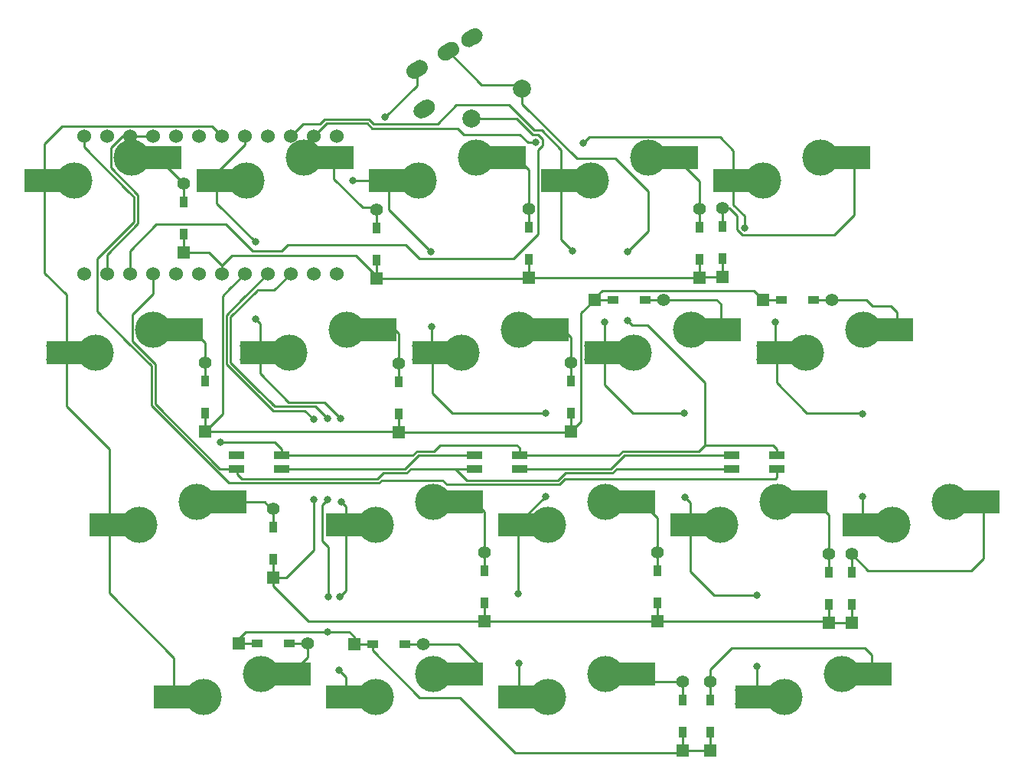
<source format=gbr>
G04 #@! TF.GenerationSoftware,KiCad,Pcbnew,(5.1.6-0-10_14)*
G04 #@! TF.CreationDate,2022-02-21T07:55:31+09:00*
G04 #@! TF.ProjectId,cool936,636f6f6c-3933-4362-9e6b-696361645f70,rev?*
G04 #@! TF.SameCoordinates,Original*
G04 #@! TF.FileFunction,Copper,L2,Bot*
G04 #@! TF.FilePolarity,Positive*
%FSLAX46Y46*%
G04 Gerber Fmt 4.6, Leading zero omitted, Abs format (unit mm)*
G04 Created by KiCad (PCBNEW (5.1.6-0-10_14)) date 2022-02-21 07:55:31*
%MOMM*%
%LPD*%
G01*
G04 APERTURE LIST*
G04 #@! TA.AperFunction,ViaPad*
%ADD10C,4.000000*%
G04 #@! TD*
G04 #@! TA.AperFunction,ViaPad*
%ADD11C,0.800000*%
G04 #@! TD*
G04 #@! TA.AperFunction,Conductor*
%ADD12R,4.500000X2.500000*%
G04 #@! TD*
G04 #@! TA.AperFunction,ComponentPad*
%ADD13C,1.397000*%
G04 #@! TD*
G04 #@! TA.AperFunction,ComponentPad*
%ADD14R,1.397000X1.397000*%
G04 #@! TD*
G04 #@! TA.AperFunction,SMDPad,CuDef*
%ADD15R,0.950000X1.300000*%
G04 #@! TD*
G04 #@! TA.AperFunction,SMDPad,CuDef*
%ADD16R,1.300000X0.950000*%
G04 #@! TD*
G04 #@! TA.AperFunction,SMDPad,CuDef*
%ADD17R,1.800000X0.820000*%
G04 #@! TD*
G04 #@! TA.AperFunction,ComponentPad*
%ADD18C,2.000000*%
G04 #@! TD*
G04 #@! TA.AperFunction,ComponentPad*
%ADD19C,1.524000*%
G04 #@! TD*
G04 #@! TA.AperFunction,Conductor*
%ADD20C,0.250000*%
G04 #@! TD*
G04 APERTURE END LIST*
D10*
X102552500Y-33020000D03*
X96202500Y-35560000D03*
D11*
X91122500Y-34798000D03*
X107632500Y-32258000D03*
X91122500Y-36322000D03*
X107632500Y-33782000D03*
D12*
X92927500Y-35560000D03*
X105854500Y-33020000D03*
X112998500Y-52070000D03*
X100071500Y-54610000D03*
D11*
X114776500Y-52832000D03*
X98266500Y-55372000D03*
X114776500Y-51308000D03*
X98266500Y-53848000D03*
D10*
X103346500Y-54610000D03*
X109696500Y-52070000D03*
D13*
X36880000Y2230000D03*
D14*
X36880000Y-5390000D03*
D15*
X36880000Y-3355000D03*
X36880000Y195000D03*
D13*
X58200000Y-700000D03*
D14*
X58200000Y-8320000D03*
D15*
X58200000Y-6285000D03*
X58200000Y-2735000D03*
D13*
X75040000Y-560000D03*
D14*
X75040000Y-8180000D03*
D15*
X75040000Y-6145000D03*
X75040000Y-2595000D03*
D13*
X93900000Y-590000D03*
D14*
X93900000Y-8210000D03*
D15*
X93900000Y-6175000D03*
X93900000Y-2625000D03*
D13*
X96480000Y-500000D03*
D14*
X96480000Y-8120000D03*
D15*
X96480000Y-6085000D03*
X96480000Y-2535000D03*
D13*
X60690000Y-17660000D03*
D14*
X60690000Y-25280000D03*
D15*
X60690000Y-23245000D03*
X60690000Y-19695000D03*
D13*
X79700000Y-17610000D03*
D14*
X79700000Y-25230000D03*
D15*
X79700000Y-23195000D03*
X79700000Y-19645000D03*
D13*
X89960000Y-10620000D03*
D14*
X82340000Y-10620000D03*
D16*
X84375000Y-10620000D03*
X87925000Y-10620000D03*
X106515000Y-10620000D03*
X102965000Y-10620000D03*
D14*
X100930000Y-10620000D03*
D13*
X108550000Y-10620000D03*
X70160000Y-38570000D03*
D14*
X70160000Y-46190000D03*
D15*
X70160000Y-44155000D03*
X70160000Y-40605000D03*
D13*
X89230000Y-38610000D03*
D14*
X89230000Y-46230000D03*
D15*
X89230000Y-44195000D03*
X89230000Y-40645000D03*
D13*
X108220000Y-38760000D03*
D14*
X108220000Y-46380000D03*
D15*
X108220000Y-44345000D03*
X108220000Y-40795000D03*
X110750000Y-40825000D03*
X110750000Y-44375000D03*
D14*
X110750000Y-46410000D03*
D13*
X110750000Y-38790000D03*
X50590000Y-48660000D03*
D14*
X42970000Y-48660000D03*
D16*
X45005000Y-48660000D03*
X48555000Y-48660000D03*
D13*
X63340000Y-48730000D03*
D14*
X55720000Y-48730000D03*
D16*
X57755000Y-48730000D03*
X61305000Y-48730000D03*
D13*
X92090000Y-52870000D03*
D14*
X92090000Y-60490000D03*
D15*
X92090000Y-58455000D03*
X92090000Y-54905000D03*
D13*
X39220000Y-17580000D03*
D14*
X39220000Y-25200000D03*
D15*
X39220000Y-23165000D03*
X39220000Y-19615000D03*
D13*
X46790000Y-33730000D03*
D14*
X46790000Y-41350000D03*
D15*
X46790000Y-39315000D03*
X46790000Y-35765000D03*
D13*
X95100000Y-52870000D03*
D14*
X95100000Y-60490000D03*
D15*
X95100000Y-58455000D03*
X95100000Y-54905000D03*
D12*
X34417000Y5080000D03*
X21490000Y2540000D03*
D11*
X36195000Y4318000D03*
X19685000Y1778000D03*
X36195000Y5842000D03*
X19685000Y3302000D03*
D10*
X24765000Y2540000D03*
X31115000Y5080000D03*
X50165000Y5080000D03*
X43815000Y2540000D03*
D11*
X38735000Y3302000D03*
X55245000Y5842000D03*
X38735000Y1778000D03*
X55245000Y4318000D03*
D12*
X40540000Y2540000D03*
X53467000Y5080000D03*
D10*
X69215000Y5080000D03*
X62865000Y2540000D03*
D11*
X57785000Y3302000D03*
X74295000Y5842000D03*
X57785000Y1778000D03*
X74295000Y4318000D03*
D12*
X59590000Y2540000D03*
X72517000Y5080000D03*
D10*
X88265000Y5080000D03*
X81915000Y2540000D03*
D11*
X76835000Y3302000D03*
X93345000Y5842000D03*
X76835000Y1778000D03*
X93345000Y4318000D03*
D12*
X78640000Y2540000D03*
X91567000Y5080000D03*
D10*
X107315000Y5080000D03*
X100965000Y2540000D03*
D11*
X95885000Y3302000D03*
X112395000Y5842000D03*
X95885000Y1778000D03*
X112395000Y4318000D03*
D12*
X97690000Y2540000D03*
X110617000Y5080000D03*
D10*
X54927500Y-13970000D03*
X48577500Y-16510000D03*
D11*
X43497500Y-15748000D03*
X60007500Y-13208000D03*
X43497500Y-17272000D03*
X60007500Y-14732000D03*
D12*
X45302500Y-16510000D03*
X58229500Y-13970000D03*
D10*
X73977500Y-13970000D03*
X67627500Y-16510000D03*
D11*
X62547500Y-15748000D03*
X79057500Y-13208000D03*
X62547500Y-17272000D03*
X79057500Y-14732000D03*
D12*
X64352500Y-16510000D03*
X77279500Y-13970000D03*
D10*
X93027500Y-13970000D03*
X86677500Y-16510000D03*
D11*
X81597500Y-15748000D03*
X98107500Y-13208000D03*
X81597500Y-17272000D03*
X98107500Y-14732000D03*
D12*
X83402500Y-16510000D03*
X96329500Y-13970000D03*
D10*
X112077500Y-13970000D03*
X105727500Y-16510000D03*
D11*
X100647500Y-15748000D03*
X117157500Y-13208000D03*
X100647500Y-17272000D03*
X117157500Y-14732000D03*
D12*
X102452500Y-16510000D03*
X115379500Y-13970000D03*
D10*
X64452500Y-33020000D03*
X58102500Y-35560000D03*
D11*
X53022500Y-34798000D03*
X69532500Y-32258000D03*
X53022500Y-36322000D03*
X69532500Y-33782000D03*
D12*
X54827500Y-35560000D03*
X67754500Y-33020000D03*
D10*
X83502500Y-33020000D03*
X77152500Y-35560000D03*
D11*
X72072500Y-34798000D03*
X88582500Y-32258000D03*
X72072500Y-36322000D03*
X88582500Y-33782000D03*
D12*
X73877500Y-35560000D03*
X86804500Y-33020000D03*
D10*
X121602500Y-33020000D03*
X115252500Y-35560000D03*
D11*
X110172500Y-34798000D03*
X126682500Y-32258000D03*
X110172500Y-36322000D03*
X126682500Y-33782000D03*
D12*
X111977500Y-35560000D03*
X124904500Y-33020000D03*
D10*
X45402500Y-52070000D03*
X39052500Y-54610000D03*
D11*
X33972500Y-53848000D03*
X50482500Y-51308000D03*
X33972500Y-55372000D03*
X50482500Y-52832000D03*
D12*
X35777500Y-54610000D03*
X48704500Y-52070000D03*
D10*
X64452500Y-52070000D03*
X58102500Y-54610000D03*
D11*
X53022500Y-53848000D03*
X69532500Y-51308000D03*
X53022500Y-55372000D03*
X69532500Y-52832000D03*
D12*
X54827500Y-54610000D03*
X67754500Y-52070000D03*
D10*
X83502500Y-52070000D03*
X77152500Y-54610000D03*
D11*
X72072500Y-53848000D03*
X88582500Y-51308000D03*
X72072500Y-55372000D03*
X88582500Y-52832000D03*
D12*
X73877500Y-54610000D03*
X86804500Y-52070000D03*
D10*
X33496000Y-13970000D03*
X27146000Y-16510000D03*
D11*
X22066000Y-15748000D03*
X38576000Y-13208000D03*
X22066000Y-17272000D03*
X38576000Y-14732000D03*
D12*
X23871000Y-16510000D03*
X36798000Y-13970000D03*
D10*
X38259000Y-33020000D03*
X31909000Y-35560000D03*
D11*
X26829000Y-34798000D03*
X43339000Y-32258000D03*
X26829000Y-36322000D03*
X43339000Y-33782000D03*
D12*
X28634000Y-35560000D03*
X41561000Y-33020000D03*
G04 #@! TA.AperFunction,ComponentPad*
G36*
G01*
X69513526Y17822531D02*
X68820706Y17422531D01*
G75*
G02*
X67659584Y17733653I-425000J736122D01*
G01*
X67659584Y17733653D01*
G75*
G02*
X67970706Y18894775I736122J425000D01*
G01*
X68663526Y19294775D01*
G75*
G02*
X69824648Y18983653I425000J-736122D01*
G01*
X69824648Y18983653D01*
G75*
G02*
X69513526Y17822531I-736122J-425000D01*
G01*
G37*
G04 #@! TD.AperFunction*
G04 #@! TA.AperFunction,ComponentPad*
G36*
G01*
X66915450Y16322531D02*
X66222630Y15922531D01*
G75*
G02*
X65061508Y16233653I-425000J736122D01*
G01*
X65061508Y16233653D01*
G75*
G02*
X65372630Y17394775I736122J425000D01*
G01*
X66065450Y17794775D01*
G75*
G02*
X67226572Y17483653I425000J-736122D01*
G01*
X67226572Y17483653D01*
G75*
G02*
X66915450Y16322531I-736122J-425000D01*
G01*
G37*
G04 #@! TD.AperFunction*
G04 #@! TA.AperFunction,ComponentPad*
G36*
G01*
X63451348Y14322531D02*
X62758528Y13922531D01*
G75*
G02*
X61597406Y14233653I-425000J736122D01*
G01*
X61597406Y14233653D01*
G75*
G02*
X61908528Y15394775I736122J425000D01*
G01*
X62601348Y15794775D01*
G75*
G02*
X63762470Y15483653I425000J-736122D01*
G01*
X63762470Y15483653D01*
G75*
G02*
X63451348Y14322531I-736122J-425000D01*
G01*
G37*
G04 #@! TD.AperFunction*
G04 #@! TA.AperFunction,ComponentPad*
G36*
G01*
X64252310Y9935225D02*
X63559490Y9535225D01*
G75*
G02*
X62398368Y9846347I-425000J736122D01*
G01*
X62398368Y9846347D01*
G75*
G02*
X62709490Y11007469I736122J425000D01*
G01*
X63402310Y11407469D01*
G75*
G02*
X64563432Y11096347I425000J-736122D01*
G01*
X64563432Y11096347D01*
G75*
G02*
X64252310Y9935225I-736122J-425000D01*
G01*
G37*
G04 #@! TD.AperFunction*
D17*
X97520000Y-29340000D03*
X97520000Y-27840000D03*
X102520000Y-27840000D03*
X102520000Y-29340000D03*
X69000000Y-29350000D03*
X69000000Y-27850000D03*
X74000000Y-27850000D03*
X74000000Y-29350000D03*
X47720000Y-29330000D03*
X47720000Y-27830000D03*
X42720000Y-27830000D03*
X42720000Y-29330000D03*
D18*
X74324583Y12685000D03*
X68695417Y9435000D03*
D19*
X25852000Y-7758600D03*
X28392000Y-7758600D03*
X30932000Y-7758600D03*
X33472000Y-7758600D03*
X36012000Y-7758600D03*
X38552000Y-7758600D03*
X41092000Y-7758600D03*
X43632000Y-7758600D03*
X46172000Y-7758600D03*
X48712000Y-7758600D03*
X51252000Y-7758600D03*
X53792000Y-7758600D03*
X53792000Y7461400D03*
X51252000Y7461400D03*
X48712000Y7461400D03*
X46172000Y7461400D03*
X43632000Y7461400D03*
X41092000Y7461400D03*
X38552000Y7461400D03*
X36012000Y7461400D03*
X33472000Y7461400D03*
X30932000Y7461400D03*
X28392000Y7461400D03*
X25852000Y7461400D03*
D11*
X51270000Y-32720000D03*
X51230000Y-23860000D03*
X52790000Y-23800000D03*
X52790000Y-32720000D03*
X52870000Y-43480000D03*
X52820000Y-47370000D03*
X40960000Y-26370000D03*
X85960000Y-5340000D03*
X85960000Y-12940000D03*
X59140000Y9550000D03*
X44840000Y-12780000D03*
X54220000Y-23800000D03*
X54270000Y-32970000D03*
X54130000Y-43540000D03*
X54070000Y-51600000D03*
X44790000Y-4250000D03*
X55590000Y2540000D03*
X64220000Y-5290000D03*
X64290000Y-13600000D03*
X76870000Y-23190000D03*
X76870000Y-32410000D03*
X73900000Y-43150000D03*
X73960000Y-50910000D03*
X79900000Y-5250000D03*
X92240000Y-23210000D03*
X92300000Y-32490000D03*
X100240000Y-43320000D03*
X100240000Y-51190000D03*
X83420000Y-13130000D03*
X102290000Y-13110000D03*
X111920000Y-23310000D03*
X111940000Y-32410000D03*
X75850000Y6760000D03*
X81040000Y6730000D03*
X98950000Y-2670000D03*
D20*
X36880000Y2230000D02*
X36880000Y195000D01*
X34417000Y4693000D02*
X34417000Y5080000D01*
X36880000Y2230000D02*
X34417000Y4693000D01*
X34417000Y5080000D02*
X31115000Y5080000D01*
X58200000Y-700000D02*
X58200000Y-2735000D01*
X58200000Y-700000D02*
X58200000Y-510000D01*
X53467000Y2723000D02*
X53467000Y5080000D01*
X56640000Y-450000D02*
X53467000Y2723000D01*
X50165000Y5080000D02*
X53467000Y5080000D01*
X57950000Y-450000D02*
X58200000Y-700000D01*
X56640000Y-450000D02*
X57950000Y-450000D01*
X69215000Y5080000D02*
X72517000Y5080000D01*
X72517000Y5080000D02*
X73710000Y5080000D01*
X75040000Y3750000D02*
X75040000Y-560000D01*
X73710000Y5080000D02*
X75040000Y3750000D01*
X75040000Y-560000D02*
X75040000Y-2595000D01*
X93900000Y-2625000D02*
X93900000Y-590000D01*
X93900000Y-590000D02*
X93900000Y2510000D01*
X91567000Y4843000D02*
X91567000Y5080000D01*
X93900000Y2510000D02*
X91567000Y4843000D01*
X91567000Y5080000D02*
X88265000Y5080000D01*
X107315000Y5080000D02*
X110617000Y5080000D01*
X96480000Y-500000D02*
X96480000Y-2535000D01*
X96480000Y-500000D02*
X97200000Y-500000D01*
X97200000Y-500000D02*
X98040000Y-1340000D01*
X98040000Y-2833002D02*
X98686998Y-3480000D01*
X98040000Y-1340000D02*
X98040000Y-2833002D01*
X98686998Y-3480000D02*
X108850000Y-3480000D01*
X111055001Y-1274999D02*
X111055001Y4641999D01*
X111055001Y4641999D02*
X110617000Y5080000D01*
X108850000Y-3480000D02*
X111055001Y-1274999D01*
X54927500Y-13970000D02*
X58229500Y-13970000D01*
X58229500Y-13970000D02*
X60250000Y-13970000D01*
X60690000Y-14410000D02*
X60690000Y-17660000D01*
X60250000Y-13970000D02*
X60690000Y-14410000D01*
X60690000Y-17660000D02*
X60690000Y-19695000D01*
X73977500Y-13970000D02*
X77279500Y-13970000D01*
X77279500Y-13970000D02*
X78890000Y-13970000D01*
X79700000Y-14780000D02*
X79700000Y-17610000D01*
X78890000Y-13970000D02*
X79700000Y-14780000D01*
X79700000Y-17610000D02*
X79700000Y-19645000D01*
X93027500Y-13970000D02*
X96329500Y-13970000D01*
X87925000Y-10620000D02*
X89960000Y-10620000D01*
X89960000Y-10620000D02*
X95830000Y-10620000D01*
X96329500Y-11119500D02*
X96329500Y-13970000D01*
X95830000Y-10620000D02*
X96329500Y-11119500D01*
X106515000Y-10620000D02*
X108550000Y-10620000D01*
X112077500Y-13970000D02*
X115379500Y-13970000D01*
X115810000Y-13539500D02*
X115379500Y-13970000D01*
X115810000Y-12000000D02*
X115810000Y-13539500D01*
X115100000Y-11290000D02*
X115810000Y-12000000D01*
X113050000Y-11290000D02*
X115100000Y-11290000D01*
X112380000Y-10620000D02*
X113050000Y-11290000D01*
X108550000Y-10620000D02*
X112380000Y-10620000D01*
X64452500Y-33020000D02*
X67754500Y-33020000D01*
X67754500Y-33020000D02*
X69080000Y-33020000D01*
X70160000Y-34100000D02*
X70160000Y-38570000D01*
X69080000Y-33020000D02*
X70160000Y-34100000D01*
X70160000Y-38570000D02*
X70160000Y-40605000D01*
X83502500Y-33020000D02*
X86804500Y-33020000D01*
X89230000Y-40645000D02*
X89230000Y-38610000D01*
X89230000Y-38610000D02*
X89230000Y-34770000D01*
X87480000Y-33020000D02*
X86804500Y-33020000D01*
X89230000Y-34770000D02*
X87480000Y-33020000D01*
X108220000Y-40795000D02*
X108220000Y-38760000D01*
X102552500Y-33020000D02*
X105854500Y-33020000D01*
X106870500Y-33020000D02*
X107632500Y-33782000D01*
X105854500Y-33020000D02*
X106870500Y-33020000D01*
X105854500Y-33020000D02*
X106800000Y-33020000D01*
X108220000Y-34440000D02*
X108220000Y-38760000D01*
X106800000Y-33020000D02*
X108220000Y-34440000D01*
X121602500Y-33020000D02*
X124904500Y-33020000D01*
X110750000Y-38790000D02*
X110750000Y-40825000D01*
X110750000Y-38790000D02*
X112570000Y-40610000D01*
X112570000Y-40610000D02*
X123990000Y-40610000D01*
X125342501Y-33458001D02*
X124904500Y-33020000D01*
X125342501Y-39257499D02*
X125342501Y-33458001D01*
X123990000Y-40610000D02*
X125342501Y-39257499D01*
X45402500Y-52070000D02*
X48704500Y-52070000D01*
X48555000Y-48660000D02*
X50590000Y-48660000D01*
X50590000Y-50184500D02*
X48704500Y-52070000D01*
X50590000Y-48660000D02*
X50590000Y-50184500D01*
X61305000Y-48730000D02*
X63340000Y-48730000D01*
X63340000Y-48730000D02*
X67260000Y-48730000D01*
X69532500Y-51002500D02*
X69532500Y-51308000D01*
X67260000Y-48730000D02*
X69532500Y-51002500D01*
X64452500Y-52070000D02*
X67754500Y-52070000D01*
X83502500Y-52070000D02*
X86804500Y-52070000D01*
X92090000Y-54905000D02*
X92090000Y-52870000D01*
X87604500Y-52870000D02*
X86804500Y-52070000D01*
X92090000Y-52870000D02*
X87604500Y-52870000D01*
X33496000Y-13970000D02*
X36798000Y-13970000D01*
X36798000Y-13970000D02*
X37790000Y-13970000D01*
X39220000Y-15400000D02*
X39220000Y-17580000D01*
X37790000Y-13970000D02*
X39220000Y-15400000D01*
X39220000Y-17580000D02*
X39220000Y-19615000D01*
X38259000Y-33020000D02*
X41561000Y-33020000D01*
X41561000Y-33020000D02*
X45830000Y-33020000D01*
X46540000Y-33730000D02*
X46790000Y-33730000D01*
X45830000Y-33020000D02*
X46540000Y-33730000D01*
X46790000Y-33730000D02*
X46790000Y-35765000D01*
X95100000Y-54905000D02*
X95100000Y-52870000D01*
X109696500Y-52070000D02*
X112998500Y-52070000D01*
X95100000Y-52870000D02*
X95100000Y-51570000D01*
X95100000Y-51570000D02*
X97480000Y-49190000D01*
X97480000Y-49190000D02*
X112240000Y-49190000D01*
X112998500Y-49948500D02*
X112998500Y-52070000D01*
X112240000Y-49190000D02*
X112998500Y-49948500D01*
X96480000Y-8120000D02*
X96480000Y-6085000D01*
X93900000Y-8210000D02*
X93900000Y-6175000D01*
X93990000Y-8120000D02*
X93900000Y-8210000D01*
X96480000Y-8120000D02*
X93990000Y-8120000D01*
X75040000Y-6145000D02*
X75040000Y-8180000D01*
X58200000Y-6285000D02*
X58200000Y-8320000D01*
X36880000Y-3355000D02*
X36880000Y-5390000D01*
X74900000Y-8320000D02*
X75040000Y-8180000D01*
X58200000Y-8320000D02*
X74900000Y-8320000D01*
X93690000Y-8210000D02*
X93660000Y-8180000D01*
X93900000Y-8210000D02*
X93690000Y-8210000D01*
X75040000Y-8180000D02*
X93660000Y-8180000D01*
X39630000Y-5390000D02*
X36880000Y-5390000D01*
X41092000Y-6852000D02*
X39630000Y-5390000D01*
X41092000Y-7758600D02*
X41092000Y-6852000D01*
X41092000Y-6852000D02*
X41108000Y-6852000D01*
X41108000Y-6852000D02*
X42220000Y-5740000D01*
X42220000Y-5740000D02*
X55940000Y-5740000D01*
X58200000Y-8000000D02*
X58200000Y-8320000D01*
X55940000Y-5740000D02*
X58200000Y-8000000D01*
X39220000Y-23165000D02*
X39220000Y-25200000D01*
X60690000Y-23245000D02*
X60690000Y-25280000D01*
X79700000Y-23195000D02*
X79700000Y-25230000D01*
X82340000Y-10620000D02*
X84375000Y-10620000D01*
X100930000Y-10620000D02*
X102965000Y-10620000D01*
X60610000Y-25200000D02*
X60690000Y-25280000D01*
X39220000Y-25200000D02*
X60610000Y-25200000D01*
X79650000Y-25280000D02*
X79700000Y-25230000D01*
X60690000Y-25280000D02*
X79650000Y-25280000D01*
X82340000Y-10620000D02*
X82340000Y-10410000D01*
X99906499Y-9596499D02*
X100930000Y-10620000D01*
X83153501Y-9596499D02*
X99906499Y-9596499D01*
X82340000Y-10410000D02*
X83153501Y-9596499D01*
X80827499Y-12132501D02*
X80827499Y-23422501D01*
X82340000Y-10620000D02*
X80827499Y-12132501D01*
X80827499Y-23422501D02*
X80830000Y-23425002D01*
X80830000Y-24100000D02*
X79700000Y-25230000D01*
X80830000Y-23425002D02*
X80830000Y-24100000D01*
X39220000Y-25200000D02*
X39230000Y-25200000D01*
X41160000Y-23270000D02*
X41160000Y-10230600D01*
X41160000Y-10230600D02*
X41975300Y-9415300D01*
X41975300Y-9415300D02*
X43632000Y-7758600D01*
X39230000Y-25200000D02*
X41160000Y-23270000D01*
X110750000Y-44375000D02*
X110750000Y-46410000D01*
X108250000Y-46410000D02*
X108220000Y-46380000D01*
X110750000Y-46410000D02*
X108250000Y-46410000D01*
X108220000Y-46380000D02*
X108220000Y-44345000D01*
X89230000Y-44195000D02*
X89230000Y-46230000D01*
X70160000Y-44155000D02*
X70160000Y-46190000D01*
X46790000Y-39315000D02*
X46790000Y-41350000D01*
X46790000Y-41350000D02*
X46790000Y-42320000D01*
X50660000Y-46190000D02*
X70160000Y-46190000D01*
X46790000Y-42320000D02*
X50660000Y-46190000D01*
X89190000Y-46190000D02*
X89230000Y-46230000D01*
X70160000Y-46190000D02*
X89190000Y-46190000D01*
X108070000Y-46230000D02*
X108220000Y-46380000D01*
X89230000Y-46230000D02*
X108070000Y-46230000D01*
X41610010Y-12320590D02*
X43325300Y-10605300D01*
X46172000Y-7758600D02*
X43325300Y-10605300D01*
X46790000Y-41350000D02*
X48220000Y-41350000D01*
X51270000Y-38300000D02*
X51270000Y-32720000D01*
X48220000Y-41350000D02*
X51270000Y-38300000D01*
X51230000Y-23860000D02*
X50280000Y-22910000D01*
X46737180Y-22910000D02*
X41610010Y-17782830D01*
X50280000Y-22910000D02*
X46737180Y-22910000D01*
X41610010Y-17782830D02*
X41610010Y-17050010D01*
X41610010Y-17050010D02*
X41610010Y-12320590D01*
X45005000Y-48660000D02*
X42970000Y-48660000D01*
X55720000Y-48730000D02*
X57755000Y-48730000D01*
X92090000Y-58455000D02*
X92090000Y-60490000D01*
X95100000Y-60490000D02*
X95100000Y-58455000D01*
X92090000Y-60490000D02*
X95100000Y-60490000D01*
X42970000Y-48660000D02*
X42970000Y-48120000D01*
X42970000Y-48120000D02*
X43720000Y-47370000D01*
X55720000Y-47900000D02*
X55720000Y-48730000D01*
X55190000Y-47370000D02*
X55720000Y-47900000D01*
X57755000Y-49455000D02*
X62970000Y-54670000D01*
X57755000Y-48730000D02*
X57755000Y-49455000D01*
X62970000Y-54670000D02*
X67440000Y-54670000D01*
X67440000Y-54670000D02*
X73510000Y-60740000D01*
X91840000Y-60740000D02*
X92090000Y-60490000D01*
X73510000Y-60740000D02*
X91840000Y-60740000D01*
X48712000Y-7758600D02*
X46890600Y-9580000D01*
X46890600Y-9580000D02*
X44987010Y-9580000D01*
X44987010Y-9612990D02*
X42060020Y-12539980D01*
X44987010Y-9580000D02*
X44987010Y-9612990D01*
X42060020Y-17596430D02*
X42060020Y-17219980D01*
X45071795Y-20608205D02*
X42060020Y-17596430D01*
X44852491Y-20388901D02*
X45071795Y-20608205D01*
X42060020Y-12539980D02*
X42060020Y-17219980D01*
X51430000Y-22440000D02*
X52790000Y-23800000D01*
X48285088Y-22440000D02*
X51430000Y-22440000D01*
X52790000Y-32720000D02*
X52190000Y-33320000D01*
X52190000Y-33320000D02*
X52190000Y-37320000D01*
X52870000Y-38000000D02*
X52870000Y-43480000D01*
X52190000Y-37320000D02*
X52870000Y-38000000D01*
X52820000Y-47370000D02*
X55190000Y-47370000D01*
X43720000Y-47370000D02*
X52820000Y-47370000D01*
X46903590Y-22440000D02*
X46401795Y-21938205D01*
X48285088Y-22440000D02*
X46903590Y-22440000D01*
X46401795Y-21938205D02*
X46721795Y-22258205D01*
X45071795Y-20608205D02*
X46401795Y-21938205D01*
X102520000Y-27180000D02*
X102044990Y-26704990D01*
X102520000Y-27840000D02*
X102520000Y-27180000D01*
X94505010Y-26704990D02*
X93820010Y-27389990D01*
X102044990Y-26704990D02*
X94505010Y-26704990D01*
X93820010Y-27389990D02*
X85453599Y-27389991D01*
X84993590Y-27850000D02*
X74000000Y-27850000D01*
X85453599Y-27389991D02*
X84993590Y-27850000D01*
X74000000Y-27850000D02*
X74000000Y-26990000D01*
X65255010Y-26714990D02*
X64570010Y-27399990D01*
X73724990Y-26714990D02*
X65255010Y-26714990D01*
X74000000Y-26990000D02*
X73724990Y-26714990D01*
X64570010Y-27399990D02*
X62643599Y-27399991D01*
X62213590Y-27830000D02*
X47720000Y-27830000D01*
X62643599Y-27399991D02*
X62213590Y-27830000D01*
X47720000Y-27170000D02*
X46920000Y-26370000D01*
X47720000Y-27830000D02*
X47720000Y-27170000D01*
X46920000Y-26370000D02*
X40960000Y-26370000D01*
X66144040Y16858653D02*
X69832693Y13170000D01*
X73839583Y13170000D02*
X74324583Y12685000D01*
X69832693Y13170000D02*
X73839583Y13170000D01*
X28793999Y3959999D02*
X31810000Y943998D01*
X28789999Y3959999D02*
X28793999Y3959999D01*
X28789999Y3959999D02*
X28789999Y6196001D01*
X31810000Y-2220000D02*
X28392000Y-5638000D01*
X31810000Y943998D02*
X31810000Y-2220000D01*
X28392000Y-7758600D02*
X28392000Y-5638000D01*
X74324583Y12685000D02*
X74324583Y11015417D01*
X74324583Y11015417D02*
X80350000Y4990000D01*
X80350000Y4990000D02*
X84610000Y4990000D01*
X84610000Y4990000D02*
X88230000Y1370000D01*
X88230000Y-3070000D02*
X85960000Y-5340000D01*
X88230000Y1370000D02*
X88230000Y-3070000D01*
X94505010Y-19763512D02*
X94505010Y-26704990D01*
X86479251Y-13459251D02*
X85960000Y-12940000D01*
X88200749Y-13459251D02*
X86479251Y-13459251D01*
X88200749Y-13459251D02*
X94505010Y-19763512D01*
X33472000Y7461400D02*
X30932000Y7461400D01*
X30055398Y7461400D02*
X28789999Y6196001D01*
X30932000Y7461400D02*
X30055398Y7461400D01*
X42720000Y-29420000D02*
X42750000Y-29450000D01*
X42720000Y-29330000D02*
X42720000Y-29420000D01*
X42750000Y-29450000D02*
X42750000Y-29960000D01*
X43255010Y-30465010D02*
X58304990Y-30465010D01*
X42750000Y-29960000D02*
X43255010Y-30465010D01*
X58304990Y-30465010D02*
X58989990Y-29780010D01*
X58989990Y-29780010D02*
X61536401Y-29780009D01*
X61966410Y-29350000D02*
X61536401Y-29780009D01*
X84776410Y-29340000D02*
X84316400Y-29800010D01*
X97520000Y-29340000D02*
X84776410Y-29340000D01*
X84316400Y-29800010D02*
X79079990Y-29800010D01*
X79079990Y-29800010D02*
X78260000Y-30620000D01*
X78260000Y-30620000D02*
X68190000Y-30620000D01*
X68190000Y-30620000D02*
X66920000Y-29350000D01*
X66920000Y-29350000D02*
X61966410Y-29350000D01*
X69000000Y-29350000D02*
X66920000Y-29350000D01*
X33724910Y-17750526D02*
X33724911Y-22188699D01*
X31170999Y-15196615D02*
X33724910Y-17750526D01*
X40866212Y-29330000D02*
X41660000Y-29330000D01*
X31170999Y-12259001D02*
X31170999Y-15196615D01*
X41660000Y-29330000D02*
X42720000Y-29330000D01*
X33472000Y-9958000D02*
X31170999Y-12259001D01*
X33724911Y-22188699D02*
X40866212Y-29330000D01*
X33472000Y-7758600D02*
X33472000Y-9958000D01*
X62679938Y13089938D02*
X59140000Y9550000D01*
X62679938Y14858653D02*
X62679938Y13089938D01*
X74000000Y-29350000D02*
X84130000Y-29350000D01*
X85640000Y-27840000D02*
X97520000Y-27840000D01*
X84130000Y-29350000D02*
X85640000Y-27840000D01*
X102304990Y-30475010D02*
X102520000Y-30260000D01*
X79041400Y-30475010D02*
X102304990Y-30475010D01*
X78426410Y-31090000D02*
X79041400Y-30475010D01*
X102520000Y-30260000D02*
X102520000Y-29340000D01*
X65963502Y-31090000D02*
X78426410Y-31090000D01*
X65473502Y-30600000D02*
X65963502Y-31090000D01*
X58806410Y-30600000D02*
X65473502Y-30600000D01*
X33274901Y-17936927D02*
X33274901Y-22375099D01*
X31359990Y-2033600D02*
X27304999Y-6088591D01*
X27304999Y-6088591D02*
X27304999Y-11955001D01*
X41814822Y-30915020D02*
X58491390Y-30915020D01*
X27304999Y-11955001D02*
X30720990Y-15370992D01*
X31359990Y757598D02*
X31359990Y-2033600D01*
X30720990Y-15383016D02*
X33274901Y-17936927D01*
X33274901Y-22375099D02*
X41814822Y-30915020D01*
X30707588Y1410000D02*
X31359990Y757598D01*
X30720990Y-15370992D02*
X30720990Y-15383016D01*
X30703588Y1410000D02*
X30707588Y1410000D01*
X25852000Y6261588D02*
X30703588Y1410000D01*
X58491390Y-30915020D02*
X58806410Y-30600000D01*
X25852000Y7461400D02*
X25852000Y6261588D01*
X47720000Y-29330000D02*
X61350000Y-29330000D01*
X62830000Y-27850000D02*
X69000000Y-27850000D01*
X61350000Y-29330000D02*
X62830000Y-27850000D01*
X24765000Y2540000D02*
X21490000Y2540000D01*
X23871000Y-16510000D02*
X27146000Y-16510000D01*
X31909000Y-35560000D02*
X28634000Y-35560000D01*
X35777500Y-54610000D02*
X39052500Y-54610000D01*
X21490000Y2540000D02*
X21490000Y-7690000D01*
X23871000Y-10071000D02*
X23871000Y-16510000D01*
X21490000Y-7690000D02*
X23871000Y-10071000D01*
X23871000Y-16510000D02*
X23871000Y-22441000D01*
X28634000Y-27204000D02*
X28634000Y-35560000D01*
X23871000Y-22441000D02*
X28634000Y-27204000D01*
X28634000Y-35560000D02*
X28634000Y-43114000D01*
X35777500Y-50257500D02*
X35777500Y-54610000D01*
X28634000Y-43114000D02*
X35777500Y-50257500D01*
X40004999Y8548401D02*
X41092000Y7461400D01*
X23418401Y8548401D02*
X40004999Y8548401D01*
X21490000Y6620000D02*
X23418401Y8548401D01*
X21490000Y2540000D02*
X21490000Y6620000D01*
X43815000Y2540000D02*
X40540000Y2540000D01*
X45302500Y-16510000D02*
X48577500Y-16510000D01*
X58102500Y-35560000D02*
X54827500Y-35560000D01*
X54827500Y-54610000D02*
X58102500Y-54610000D01*
X40540000Y2540000D02*
X40540000Y3400000D01*
X43632000Y6492000D02*
X43632000Y7461400D01*
X40540000Y3400000D02*
X43632000Y6492000D01*
X45302500Y-13242500D02*
X45302500Y-16510000D01*
X44840000Y-12780000D02*
X45302500Y-13242500D01*
X54827500Y-33527500D02*
X54827500Y-35560000D01*
X54270000Y-32970000D02*
X54827500Y-33527500D01*
X54827500Y-42842500D02*
X54130000Y-43540000D01*
X54827500Y-35560000D02*
X54827500Y-42842500D01*
X54827500Y-52357500D02*
X54827500Y-54610000D01*
X54070000Y-51600000D02*
X54827500Y-52357500D01*
X54220000Y-23800000D02*
X52410000Y-21990000D01*
X48471498Y-21990000D02*
X45302500Y-18821002D01*
X52410000Y-21990000D02*
X48471498Y-21990000D01*
X45302500Y-18821002D02*
X45302500Y-18752500D01*
X45302500Y-16510000D02*
X45302500Y-18752500D01*
X40540000Y0D02*
X40540000Y1110000D01*
X44790000Y-4250000D02*
X40540000Y0D01*
X40540000Y2540000D02*
X40540000Y1110000D01*
X62865000Y2540000D02*
X59590000Y2540000D01*
X64352500Y-16510000D02*
X67627500Y-16510000D01*
X77152500Y-35560000D02*
X73877500Y-35560000D01*
X73877500Y-54610000D02*
X77152500Y-54610000D01*
X59590000Y2540000D02*
X55590000Y2540000D01*
X59590000Y2540000D02*
X59590000Y-690000D01*
X64190000Y-5290000D02*
X64220000Y-5290000D01*
X59590000Y-690000D02*
X64190000Y-5290000D01*
X64290000Y-16447500D02*
X64352500Y-16510000D01*
X64290000Y-13600000D02*
X64290000Y-16447500D01*
X64352500Y-16510000D02*
X64352500Y-20952500D01*
X66590000Y-23190000D02*
X76870000Y-23190000D01*
X64352500Y-20952500D02*
X66590000Y-23190000D01*
X73877500Y-35402500D02*
X73877500Y-35560000D01*
X76870000Y-32410000D02*
X73877500Y-35402500D01*
X73877500Y-43127500D02*
X73900000Y-43150000D01*
X73877500Y-35560000D02*
X73877500Y-43127500D01*
X73960000Y-54527500D02*
X73877500Y-54610000D01*
X73960000Y-50910000D02*
X73960000Y-54527500D01*
X81915000Y2540000D02*
X78640000Y2540000D01*
X83402500Y-16510000D02*
X86677500Y-16510000D01*
X96202500Y-35560000D02*
X92927500Y-35560000D01*
X100071500Y-54610000D02*
X103346500Y-54610000D01*
X78640000Y-3990000D02*
X79900000Y-5250000D01*
X78640000Y2540000D02*
X78640000Y-3990000D01*
X83402500Y-16482500D02*
X83402500Y-16510000D01*
X83402500Y-16510000D02*
X83402500Y-20052500D01*
X86560000Y-23210000D02*
X92240000Y-23210000D01*
X83402500Y-20052500D02*
X86560000Y-23210000D01*
X92927500Y-33117500D02*
X92927500Y-35560000D01*
X92300000Y-32490000D02*
X92927500Y-33117500D01*
X92927500Y-35560000D02*
X92927500Y-40727500D01*
X95520000Y-43320000D02*
X100240000Y-43320000D01*
X92927500Y-40727500D02*
X95520000Y-43320000D01*
X100240000Y-54441500D02*
X100071500Y-54610000D01*
X100240000Y-51190000D02*
X100240000Y-54441500D01*
X83420000Y-16492500D02*
X83402500Y-16510000D01*
X83420000Y-13130000D02*
X83420000Y-16492500D01*
X78640000Y5960000D02*
X78640000Y2540000D01*
X76490001Y8109999D02*
X78640000Y5960000D01*
X50049599Y8798999D02*
X50049599Y8819599D01*
X72840000Y10910000D02*
X75640001Y8109999D01*
X52474190Y9320000D02*
X57340000Y9320000D01*
X75640001Y8109999D02*
X76490001Y8109999D01*
X48712000Y7461400D02*
X50049599Y8798999D01*
X57861001Y8798999D02*
X64928999Y8798999D01*
X57340000Y9320000D02*
X57861001Y8798999D01*
X50049599Y8819599D02*
X51973789Y8819599D01*
X67040000Y10910000D02*
X72840000Y10910000D01*
X51973789Y8819599D02*
X52474190Y9320000D01*
X64928999Y8798999D02*
X67040000Y10910000D01*
X100965000Y2540000D02*
X97690000Y2540000D01*
X102452500Y-16510000D02*
X105727500Y-16510000D01*
X115252500Y-35560000D02*
X111977500Y-35560000D01*
X102290000Y-16347500D02*
X102452500Y-16510000D01*
X102290000Y-13110000D02*
X102290000Y-16347500D01*
X102452500Y-16510000D02*
X102452500Y-19832500D01*
X102452500Y-19832500D02*
X105790000Y-23170000D01*
X111780000Y-23170000D02*
X111920000Y-23310000D01*
X105790000Y-23170000D02*
X111780000Y-23170000D01*
X111940000Y-35522500D02*
X111977500Y-35560000D01*
X111940000Y-32410000D02*
X111940000Y-35522500D01*
X81040000Y6730000D02*
X81715001Y7405001D01*
X97690000Y840000D02*
X97690000Y2540000D01*
X98950000Y-1380000D02*
X97690000Y-120000D01*
X97690000Y-120000D02*
X97690000Y840000D01*
X98950000Y-2670000D02*
X98950000Y-1380000D01*
X97690000Y2540000D02*
X97690000Y5890000D01*
X97690000Y5890000D02*
X96174999Y7405001D01*
X93115001Y7405001D02*
X94684999Y7405001D01*
X96174999Y7405001D02*
X93115001Y7405001D01*
X81715001Y7405001D02*
X93115001Y7405001D01*
X74960000Y6760000D02*
X75850000Y6760000D01*
X74060011Y7659989D02*
X74960000Y6760000D01*
X67184016Y8348989D02*
X67873016Y7659989D01*
X67873016Y7659989D02*
X74060011Y7659989D01*
X57674601Y8348989D02*
X67184016Y8348989D01*
X52660590Y8869990D02*
X57153600Y8869990D01*
X57153600Y8869990D02*
X57674601Y8348989D01*
X51252000Y7461400D02*
X52660590Y8869990D01*
X44450000Y-5230000D02*
X41530000Y-2310000D01*
X47710000Y-5230000D02*
X44450000Y-5230000D01*
X33830000Y-2310000D02*
X30932000Y-5208000D01*
X48370000Y-4570000D02*
X47710000Y-5230000D01*
X62970000Y-6120000D02*
X61420000Y-4570000D01*
X76063501Y-226499D02*
X76063501Y-3411497D01*
X76064999Y-225001D02*
X76063501Y-226499D01*
X61420000Y-4570000D02*
X48370000Y-4570000D01*
X76575001Y6411999D02*
X76064999Y5901997D01*
X76023013Y7659989D02*
X76575001Y7108001D01*
X75453600Y7659990D02*
X76023013Y7659989D01*
X76064999Y5901997D02*
X76064999Y-225001D01*
X73678590Y9435000D02*
X75453600Y7659990D01*
X73354998Y-6120000D02*
X62970000Y-6120000D01*
X76063501Y-3411497D02*
X73354998Y-6120000D01*
X30932000Y-5208000D02*
X30932000Y-7758600D01*
X41530000Y-2310000D02*
X33830000Y-2310000D01*
X76575001Y7108001D02*
X76575001Y6411999D01*
X68695417Y9435000D02*
X73678590Y9435000D01*
M02*

</source>
